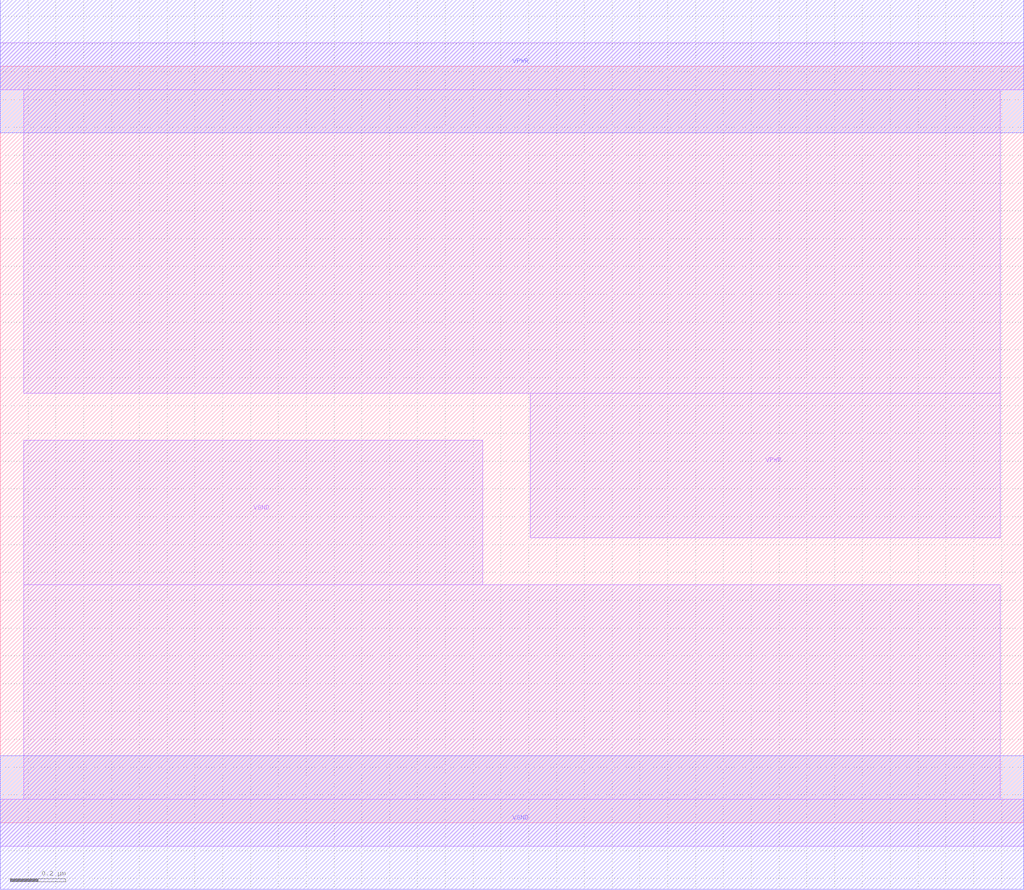
<source format=lef>
# Copyright 2020 The SkyWater PDK Authors
#
# Licensed under the Apache License, Version 2.0 (the "License");
# you may not use this file except in compliance with the License.
# You may obtain a copy of the License at
#
#     https://www.apache.org/licenses/LICENSE-2.0
#
# Unless required by applicable law or agreed to in writing, software
# distributed under the License is distributed on an "AS IS" BASIS,
# WITHOUT WARRANTIES OR CONDITIONS OF ANY KIND, either express or implied.
# See the License for the specific language governing permissions and
# limitations under the License.
#
# SPDX-License-Identifier: Apache-2.0

VERSION 5.5 ;
NAMESCASESENSITIVE ON ;
BUSBITCHARS "[]" ;
DIVIDERCHAR "/" ;
MACRO sky130_fd_sc_hd__decap_8
  CLASS CORE SPACER ;
  SOURCE USER ;
  ORIGIN  0.000000  0.000000 ;
  SIZE  3.680000 BY  2.720000 ;
  SYMMETRY X Y R90 ;
  SITE unithd ;
  PIN VGND
    DIRECTION INOUT ;
    SHAPE ABUTMENT ;
    USE GROUND ;
    PORT
      LAYER li1 ;
        RECT 0.000000 -0.085000 3.680000 0.085000 ;
        RECT 0.085000  0.085000 3.595000 0.855000 ;
        RECT 0.085000  0.855000 1.735000 1.375000 ;
    END
    PORT
      LAYER met1 ;
        RECT 0.000000 -0.240000 3.680000 0.240000 ;
    END
  END VGND
  PIN VNB
    DIRECTION INOUT ;
    USE GROUND ;
    PORT
    END
  END VNB
  PIN VPB
    DIRECTION INOUT ;
    USE POWER ;
    PORT
    END
  END VPB
  PIN VPWR
    DIRECTION INOUT ;
    SHAPE ABUTMENT ;
    USE POWER ;
    PORT
      LAYER li1 ;
        RECT 0.000000 2.635000 3.680000 2.805000 ;
        RECT 0.085000 1.545000 3.595000 2.635000 ;
        RECT 1.905000 1.025000 3.595000 1.545000 ;
    END
    PORT
      LAYER met1 ;
        RECT 0.000000 2.480000 3.680000 2.960000 ;
    END
  END VPWR
  OBS
  END
END sky130_fd_sc_hd__decap_8
END LIBRARY

</source>
